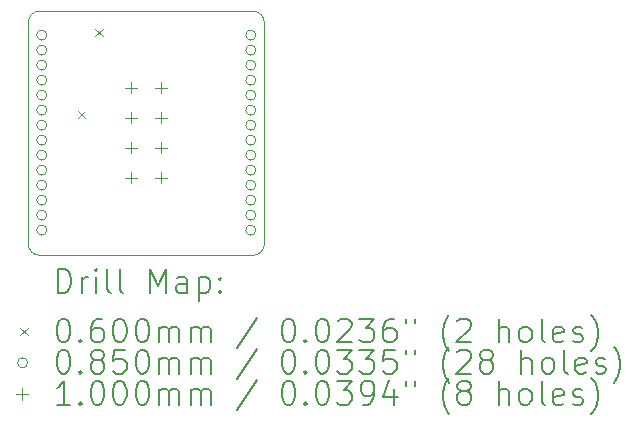
<source format=gbr>
%TF.GenerationSoftware,KiCad,Pcbnew,6.0.10+dfsg-1~bpo11+1*%
%TF.ProjectId,project,70726f6a-6563-4742-9e6b-696361645f70,rev?*%
%TF.SameCoordinates,Original*%
%TF.FileFunction,Drillmap*%
%TF.FilePolarity,Positive*%
%FSLAX45Y45*%
G04 Gerber Fmt 4.5, Leading zero omitted, Abs format (unit mm)*
%MOMM*%
%LPD*%
G01*
G04 APERTURE LIST*
%ADD10C,0.100000*%
%ADD11C,0.200000*%
%ADD12C,0.060000*%
%ADD13C,0.085000*%
G04 APERTURE END LIST*
D10*
X16350000Y-10740000D02*
G75*
G03*
X16250000Y-10840000I0J-100000D01*
G01*
X16350000Y-12810000D02*
X18150000Y-12810000D01*
X18250000Y-12710000D02*
X18250000Y-10840000D01*
X16250000Y-10840000D02*
X16250000Y-12710000D01*
X16250000Y-12710000D02*
G75*
G03*
X16350000Y-12810000I100000J0D01*
G01*
X18250000Y-10840000D02*
G75*
G03*
X18150000Y-10740000I-100000J0D01*
G01*
X18150000Y-12810000D02*
G75*
G03*
X18250000Y-12710000I0J100000D01*
G01*
X18150000Y-10740000D02*
X16350000Y-10740000D01*
D11*
D12*
X16670000Y-11589250D02*
X16730000Y-11649250D01*
X16730000Y-11589250D02*
X16670000Y-11649250D01*
X16820000Y-10889250D02*
X16880000Y-10949250D01*
X16880000Y-10889250D02*
X16820000Y-10949250D01*
D13*
X16407500Y-10944250D02*
G75*
G03*
X16407500Y-10944250I-42500J0D01*
G01*
X16407500Y-11071250D02*
G75*
G03*
X16407500Y-11071250I-42500J0D01*
G01*
X16407500Y-11198250D02*
G75*
G03*
X16407500Y-11198250I-42500J0D01*
G01*
X16407500Y-11325250D02*
G75*
G03*
X16407500Y-11325250I-42500J0D01*
G01*
X16407500Y-11452250D02*
G75*
G03*
X16407500Y-11452250I-42500J0D01*
G01*
X16407500Y-11579250D02*
G75*
G03*
X16407500Y-11579250I-42500J0D01*
G01*
X16407500Y-11706250D02*
G75*
G03*
X16407500Y-11706250I-42500J0D01*
G01*
X16407500Y-11833250D02*
G75*
G03*
X16407500Y-11833250I-42500J0D01*
G01*
X16407500Y-11960250D02*
G75*
G03*
X16407500Y-11960250I-42500J0D01*
G01*
X16407500Y-12087250D02*
G75*
G03*
X16407500Y-12087250I-42500J0D01*
G01*
X16407500Y-12214250D02*
G75*
G03*
X16407500Y-12214250I-42500J0D01*
G01*
X16407500Y-12341250D02*
G75*
G03*
X16407500Y-12341250I-42500J0D01*
G01*
X16407500Y-12468250D02*
G75*
G03*
X16407500Y-12468250I-42500J0D01*
G01*
X16407500Y-12595250D02*
G75*
G03*
X16407500Y-12595250I-42500J0D01*
G01*
X18177500Y-10944250D02*
G75*
G03*
X18177500Y-10944250I-42500J0D01*
G01*
X18177500Y-11071250D02*
G75*
G03*
X18177500Y-11071250I-42500J0D01*
G01*
X18177500Y-11198250D02*
G75*
G03*
X18177500Y-11198250I-42500J0D01*
G01*
X18177500Y-11325250D02*
G75*
G03*
X18177500Y-11325250I-42500J0D01*
G01*
X18177500Y-11452250D02*
G75*
G03*
X18177500Y-11452250I-42500J0D01*
G01*
X18177500Y-11579250D02*
G75*
G03*
X18177500Y-11579250I-42500J0D01*
G01*
X18177500Y-11706250D02*
G75*
G03*
X18177500Y-11706250I-42500J0D01*
G01*
X18177500Y-11833250D02*
G75*
G03*
X18177500Y-11833250I-42500J0D01*
G01*
X18177500Y-11960250D02*
G75*
G03*
X18177500Y-11960250I-42500J0D01*
G01*
X18177500Y-12087250D02*
G75*
G03*
X18177500Y-12087250I-42500J0D01*
G01*
X18177500Y-12214250D02*
G75*
G03*
X18177500Y-12214250I-42500J0D01*
G01*
X18177500Y-12341250D02*
G75*
G03*
X18177500Y-12341250I-42500J0D01*
G01*
X18177500Y-12468250D02*
G75*
G03*
X18177500Y-12468250I-42500J0D01*
G01*
X18177500Y-12595250D02*
G75*
G03*
X18177500Y-12595250I-42500J0D01*
G01*
D10*
X17123000Y-11338250D02*
X17123000Y-11438250D01*
X17073000Y-11388250D02*
X17173000Y-11388250D01*
X17123000Y-11592250D02*
X17123000Y-11692250D01*
X17073000Y-11642250D02*
X17173000Y-11642250D01*
X17123000Y-11846250D02*
X17123000Y-11946250D01*
X17073000Y-11896250D02*
X17173000Y-11896250D01*
X17123000Y-12100250D02*
X17123000Y-12200250D01*
X17073000Y-12150250D02*
X17173000Y-12150250D01*
X17377000Y-11338250D02*
X17377000Y-11438250D01*
X17327000Y-11388250D02*
X17427000Y-11388250D01*
X17377000Y-11592250D02*
X17377000Y-11692250D01*
X17327000Y-11642250D02*
X17427000Y-11642250D01*
X17377000Y-11846250D02*
X17377000Y-11946250D01*
X17327000Y-11896250D02*
X17427000Y-11896250D01*
X17377000Y-12100250D02*
X17377000Y-12200250D01*
X17327000Y-12150250D02*
X17427000Y-12150250D01*
D11*
X16502619Y-13125476D02*
X16502619Y-12925476D01*
X16550238Y-12925476D01*
X16578809Y-12935000D01*
X16597857Y-12954048D01*
X16607381Y-12973095D01*
X16616905Y-13011190D01*
X16616905Y-13039762D01*
X16607381Y-13077857D01*
X16597857Y-13096905D01*
X16578809Y-13115952D01*
X16550238Y-13125476D01*
X16502619Y-13125476D01*
X16702619Y-13125476D02*
X16702619Y-12992143D01*
X16702619Y-13030238D02*
X16712143Y-13011190D01*
X16721667Y-13001667D01*
X16740714Y-12992143D01*
X16759762Y-12992143D01*
X16826429Y-13125476D02*
X16826429Y-12992143D01*
X16826429Y-12925476D02*
X16816905Y-12935000D01*
X16826429Y-12944524D01*
X16835952Y-12935000D01*
X16826429Y-12925476D01*
X16826429Y-12944524D01*
X16950238Y-13125476D02*
X16931190Y-13115952D01*
X16921667Y-13096905D01*
X16921667Y-12925476D01*
X17055000Y-13125476D02*
X17035952Y-13115952D01*
X17026429Y-13096905D01*
X17026429Y-12925476D01*
X17283571Y-13125476D02*
X17283571Y-12925476D01*
X17350238Y-13068333D01*
X17416905Y-12925476D01*
X17416905Y-13125476D01*
X17597857Y-13125476D02*
X17597857Y-13020714D01*
X17588333Y-13001667D01*
X17569286Y-12992143D01*
X17531190Y-12992143D01*
X17512143Y-13001667D01*
X17597857Y-13115952D02*
X17578810Y-13125476D01*
X17531190Y-13125476D01*
X17512143Y-13115952D01*
X17502619Y-13096905D01*
X17502619Y-13077857D01*
X17512143Y-13058809D01*
X17531190Y-13049286D01*
X17578810Y-13049286D01*
X17597857Y-13039762D01*
X17693095Y-12992143D02*
X17693095Y-13192143D01*
X17693095Y-13001667D02*
X17712143Y-12992143D01*
X17750238Y-12992143D01*
X17769286Y-13001667D01*
X17778810Y-13011190D01*
X17788333Y-13030238D01*
X17788333Y-13087381D01*
X17778810Y-13106428D01*
X17769286Y-13115952D01*
X17750238Y-13125476D01*
X17712143Y-13125476D01*
X17693095Y-13115952D01*
X17874048Y-13106428D02*
X17883571Y-13115952D01*
X17874048Y-13125476D01*
X17864524Y-13115952D01*
X17874048Y-13106428D01*
X17874048Y-13125476D01*
X17874048Y-13001667D02*
X17883571Y-13011190D01*
X17874048Y-13020714D01*
X17864524Y-13011190D01*
X17874048Y-13001667D01*
X17874048Y-13020714D01*
D12*
X16185000Y-13425000D02*
X16245000Y-13485000D01*
X16245000Y-13425000D02*
X16185000Y-13485000D01*
D11*
X16540714Y-13345476D02*
X16559762Y-13345476D01*
X16578809Y-13355000D01*
X16588333Y-13364524D01*
X16597857Y-13383571D01*
X16607381Y-13421667D01*
X16607381Y-13469286D01*
X16597857Y-13507381D01*
X16588333Y-13526428D01*
X16578809Y-13535952D01*
X16559762Y-13545476D01*
X16540714Y-13545476D01*
X16521667Y-13535952D01*
X16512143Y-13526428D01*
X16502619Y-13507381D01*
X16493095Y-13469286D01*
X16493095Y-13421667D01*
X16502619Y-13383571D01*
X16512143Y-13364524D01*
X16521667Y-13355000D01*
X16540714Y-13345476D01*
X16693095Y-13526428D02*
X16702619Y-13535952D01*
X16693095Y-13545476D01*
X16683571Y-13535952D01*
X16693095Y-13526428D01*
X16693095Y-13545476D01*
X16874048Y-13345476D02*
X16835952Y-13345476D01*
X16816905Y-13355000D01*
X16807381Y-13364524D01*
X16788333Y-13393095D01*
X16778810Y-13431190D01*
X16778810Y-13507381D01*
X16788333Y-13526428D01*
X16797857Y-13535952D01*
X16816905Y-13545476D01*
X16855000Y-13545476D01*
X16874048Y-13535952D01*
X16883571Y-13526428D01*
X16893095Y-13507381D01*
X16893095Y-13459762D01*
X16883571Y-13440714D01*
X16874048Y-13431190D01*
X16855000Y-13421667D01*
X16816905Y-13421667D01*
X16797857Y-13431190D01*
X16788333Y-13440714D01*
X16778810Y-13459762D01*
X17016905Y-13345476D02*
X17035952Y-13345476D01*
X17055000Y-13355000D01*
X17064524Y-13364524D01*
X17074048Y-13383571D01*
X17083571Y-13421667D01*
X17083571Y-13469286D01*
X17074048Y-13507381D01*
X17064524Y-13526428D01*
X17055000Y-13535952D01*
X17035952Y-13545476D01*
X17016905Y-13545476D01*
X16997857Y-13535952D01*
X16988333Y-13526428D01*
X16978810Y-13507381D01*
X16969286Y-13469286D01*
X16969286Y-13421667D01*
X16978810Y-13383571D01*
X16988333Y-13364524D01*
X16997857Y-13355000D01*
X17016905Y-13345476D01*
X17207381Y-13345476D02*
X17226429Y-13345476D01*
X17245476Y-13355000D01*
X17255000Y-13364524D01*
X17264524Y-13383571D01*
X17274048Y-13421667D01*
X17274048Y-13469286D01*
X17264524Y-13507381D01*
X17255000Y-13526428D01*
X17245476Y-13535952D01*
X17226429Y-13545476D01*
X17207381Y-13545476D01*
X17188333Y-13535952D01*
X17178810Y-13526428D01*
X17169286Y-13507381D01*
X17159762Y-13469286D01*
X17159762Y-13421667D01*
X17169286Y-13383571D01*
X17178810Y-13364524D01*
X17188333Y-13355000D01*
X17207381Y-13345476D01*
X17359762Y-13545476D02*
X17359762Y-13412143D01*
X17359762Y-13431190D02*
X17369286Y-13421667D01*
X17388333Y-13412143D01*
X17416905Y-13412143D01*
X17435952Y-13421667D01*
X17445476Y-13440714D01*
X17445476Y-13545476D01*
X17445476Y-13440714D02*
X17455000Y-13421667D01*
X17474048Y-13412143D01*
X17502619Y-13412143D01*
X17521667Y-13421667D01*
X17531190Y-13440714D01*
X17531190Y-13545476D01*
X17626429Y-13545476D02*
X17626429Y-13412143D01*
X17626429Y-13431190D02*
X17635952Y-13421667D01*
X17655000Y-13412143D01*
X17683571Y-13412143D01*
X17702619Y-13421667D01*
X17712143Y-13440714D01*
X17712143Y-13545476D01*
X17712143Y-13440714D02*
X17721667Y-13421667D01*
X17740714Y-13412143D01*
X17769286Y-13412143D01*
X17788333Y-13421667D01*
X17797857Y-13440714D01*
X17797857Y-13545476D01*
X18188333Y-13335952D02*
X18016905Y-13593095D01*
X18445476Y-13345476D02*
X18464524Y-13345476D01*
X18483571Y-13355000D01*
X18493095Y-13364524D01*
X18502619Y-13383571D01*
X18512143Y-13421667D01*
X18512143Y-13469286D01*
X18502619Y-13507381D01*
X18493095Y-13526428D01*
X18483571Y-13535952D01*
X18464524Y-13545476D01*
X18445476Y-13545476D01*
X18426429Y-13535952D01*
X18416905Y-13526428D01*
X18407381Y-13507381D01*
X18397857Y-13469286D01*
X18397857Y-13421667D01*
X18407381Y-13383571D01*
X18416905Y-13364524D01*
X18426429Y-13355000D01*
X18445476Y-13345476D01*
X18597857Y-13526428D02*
X18607381Y-13535952D01*
X18597857Y-13545476D01*
X18588333Y-13535952D01*
X18597857Y-13526428D01*
X18597857Y-13545476D01*
X18731190Y-13345476D02*
X18750238Y-13345476D01*
X18769286Y-13355000D01*
X18778810Y-13364524D01*
X18788333Y-13383571D01*
X18797857Y-13421667D01*
X18797857Y-13469286D01*
X18788333Y-13507381D01*
X18778810Y-13526428D01*
X18769286Y-13535952D01*
X18750238Y-13545476D01*
X18731190Y-13545476D01*
X18712143Y-13535952D01*
X18702619Y-13526428D01*
X18693095Y-13507381D01*
X18683571Y-13469286D01*
X18683571Y-13421667D01*
X18693095Y-13383571D01*
X18702619Y-13364524D01*
X18712143Y-13355000D01*
X18731190Y-13345476D01*
X18874048Y-13364524D02*
X18883571Y-13355000D01*
X18902619Y-13345476D01*
X18950238Y-13345476D01*
X18969286Y-13355000D01*
X18978810Y-13364524D01*
X18988333Y-13383571D01*
X18988333Y-13402619D01*
X18978810Y-13431190D01*
X18864524Y-13545476D01*
X18988333Y-13545476D01*
X19055000Y-13345476D02*
X19178810Y-13345476D01*
X19112143Y-13421667D01*
X19140714Y-13421667D01*
X19159762Y-13431190D01*
X19169286Y-13440714D01*
X19178810Y-13459762D01*
X19178810Y-13507381D01*
X19169286Y-13526428D01*
X19159762Y-13535952D01*
X19140714Y-13545476D01*
X19083571Y-13545476D01*
X19064524Y-13535952D01*
X19055000Y-13526428D01*
X19350238Y-13345476D02*
X19312143Y-13345476D01*
X19293095Y-13355000D01*
X19283571Y-13364524D01*
X19264524Y-13393095D01*
X19255000Y-13431190D01*
X19255000Y-13507381D01*
X19264524Y-13526428D01*
X19274048Y-13535952D01*
X19293095Y-13545476D01*
X19331190Y-13545476D01*
X19350238Y-13535952D01*
X19359762Y-13526428D01*
X19369286Y-13507381D01*
X19369286Y-13459762D01*
X19359762Y-13440714D01*
X19350238Y-13431190D01*
X19331190Y-13421667D01*
X19293095Y-13421667D01*
X19274048Y-13431190D01*
X19264524Y-13440714D01*
X19255000Y-13459762D01*
X19445476Y-13345476D02*
X19445476Y-13383571D01*
X19521667Y-13345476D02*
X19521667Y-13383571D01*
X19816905Y-13621667D02*
X19807381Y-13612143D01*
X19788333Y-13583571D01*
X19778810Y-13564524D01*
X19769286Y-13535952D01*
X19759762Y-13488333D01*
X19759762Y-13450238D01*
X19769286Y-13402619D01*
X19778810Y-13374048D01*
X19788333Y-13355000D01*
X19807381Y-13326428D01*
X19816905Y-13316905D01*
X19883571Y-13364524D02*
X19893095Y-13355000D01*
X19912143Y-13345476D01*
X19959762Y-13345476D01*
X19978810Y-13355000D01*
X19988333Y-13364524D01*
X19997857Y-13383571D01*
X19997857Y-13402619D01*
X19988333Y-13431190D01*
X19874048Y-13545476D01*
X19997857Y-13545476D01*
X20235952Y-13545476D02*
X20235952Y-13345476D01*
X20321667Y-13545476D02*
X20321667Y-13440714D01*
X20312143Y-13421667D01*
X20293095Y-13412143D01*
X20264524Y-13412143D01*
X20245476Y-13421667D01*
X20235952Y-13431190D01*
X20445476Y-13545476D02*
X20426429Y-13535952D01*
X20416905Y-13526428D01*
X20407381Y-13507381D01*
X20407381Y-13450238D01*
X20416905Y-13431190D01*
X20426429Y-13421667D01*
X20445476Y-13412143D01*
X20474048Y-13412143D01*
X20493095Y-13421667D01*
X20502619Y-13431190D01*
X20512143Y-13450238D01*
X20512143Y-13507381D01*
X20502619Y-13526428D01*
X20493095Y-13535952D01*
X20474048Y-13545476D01*
X20445476Y-13545476D01*
X20626429Y-13545476D02*
X20607381Y-13535952D01*
X20597857Y-13516905D01*
X20597857Y-13345476D01*
X20778810Y-13535952D02*
X20759762Y-13545476D01*
X20721667Y-13545476D01*
X20702619Y-13535952D01*
X20693095Y-13516905D01*
X20693095Y-13440714D01*
X20702619Y-13421667D01*
X20721667Y-13412143D01*
X20759762Y-13412143D01*
X20778810Y-13421667D01*
X20788333Y-13440714D01*
X20788333Y-13459762D01*
X20693095Y-13478809D01*
X20864524Y-13535952D02*
X20883571Y-13545476D01*
X20921667Y-13545476D01*
X20940714Y-13535952D01*
X20950238Y-13516905D01*
X20950238Y-13507381D01*
X20940714Y-13488333D01*
X20921667Y-13478809D01*
X20893095Y-13478809D01*
X20874048Y-13469286D01*
X20864524Y-13450238D01*
X20864524Y-13440714D01*
X20874048Y-13421667D01*
X20893095Y-13412143D01*
X20921667Y-13412143D01*
X20940714Y-13421667D01*
X21016905Y-13621667D02*
X21026429Y-13612143D01*
X21045476Y-13583571D01*
X21055000Y-13564524D01*
X21064524Y-13535952D01*
X21074048Y-13488333D01*
X21074048Y-13450238D01*
X21064524Y-13402619D01*
X21055000Y-13374048D01*
X21045476Y-13355000D01*
X21026429Y-13326428D01*
X21016905Y-13316905D01*
D13*
X16245000Y-13719000D02*
G75*
G03*
X16245000Y-13719000I-42500J0D01*
G01*
D11*
X16540714Y-13609476D02*
X16559762Y-13609476D01*
X16578809Y-13619000D01*
X16588333Y-13628524D01*
X16597857Y-13647571D01*
X16607381Y-13685667D01*
X16607381Y-13733286D01*
X16597857Y-13771381D01*
X16588333Y-13790428D01*
X16578809Y-13799952D01*
X16559762Y-13809476D01*
X16540714Y-13809476D01*
X16521667Y-13799952D01*
X16512143Y-13790428D01*
X16502619Y-13771381D01*
X16493095Y-13733286D01*
X16493095Y-13685667D01*
X16502619Y-13647571D01*
X16512143Y-13628524D01*
X16521667Y-13619000D01*
X16540714Y-13609476D01*
X16693095Y-13790428D02*
X16702619Y-13799952D01*
X16693095Y-13809476D01*
X16683571Y-13799952D01*
X16693095Y-13790428D01*
X16693095Y-13809476D01*
X16816905Y-13695190D02*
X16797857Y-13685667D01*
X16788333Y-13676143D01*
X16778810Y-13657095D01*
X16778810Y-13647571D01*
X16788333Y-13628524D01*
X16797857Y-13619000D01*
X16816905Y-13609476D01*
X16855000Y-13609476D01*
X16874048Y-13619000D01*
X16883571Y-13628524D01*
X16893095Y-13647571D01*
X16893095Y-13657095D01*
X16883571Y-13676143D01*
X16874048Y-13685667D01*
X16855000Y-13695190D01*
X16816905Y-13695190D01*
X16797857Y-13704714D01*
X16788333Y-13714238D01*
X16778810Y-13733286D01*
X16778810Y-13771381D01*
X16788333Y-13790428D01*
X16797857Y-13799952D01*
X16816905Y-13809476D01*
X16855000Y-13809476D01*
X16874048Y-13799952D01*
X16883571Y-13790428D01*
X16893095Y-13771381D01*
X16893095Y-13733286D01*
X16883571Y-13714238D01*
X16874048Y-13704714D01*
X16855000Y-13695190D01*
X17074048Y-13609476D02*
X16978810Y-13609476D01*
X16969286Y-13704714D01*
X16978810Y-13695190D01*
X16997857Y-13685667D01*
X17045476Y-13685667D01*
X17064524Y-13695190D01*
X17074048Y-13704714D01*
X17083571Y-13723762D01*
X17083571Y-13771381D01*
X17074048Y-13790428D01*
X17064524Y-13799952D01*
X17045476Y-13809476D01*
X16997857Y-13809476D01*
X16978810Y-13799952D01*
X16969286Y-13790428D01*
X17207381Y-13609476D02*
X17226429Y-13609476D01*
X17245476Y-13619000D01*
X17255000Y-13628524D01*
X17264524Y-13647571D01*
X17274048Y-13685667D01*
X17274048Y-13733286D01*
X17264524Y-13771381D01*
X17255000Y-13790428D01*
X17245476Y-13799952D01*
X17226429Y-13809476D01*
X17207381Y-13809476D01*
X17188333Y-13799952D01*
X17178810Y-13790428D01*
X17169286Y-13771381D01*
X17159762Y-13733286D01*
X17159762Y-13685667D01*
X17169286Y-13647571D01*
X17178810Y-13628524D01*
X17188333Y-13619000D01*
X17207381Y-13609476D01*
X17359762Y-13809476D02*
X17359762Y-13676143D01*
X17359762Y-13695190D02*
X17369286Y-13685667D01*
X17388333Y-13676143D01*
X17416905Y-13676143D01*
X17435952Y-13685667D01*
X17445476Y-13704714D01*
X17445476Y-13809476D01*
X17445476Y-13704714D02*
X17455000Y-13685667D01*
X17474048Y-13676143D01*
X17502619Y-13676143D01*
X17521667Y-13685667D01*
X17531190Y-13704714D01*
X17531190Y-13809476D01*
X17626429Y-13809476D02*
X17626429Y-13676143D01*
X17626429Y-13695190D02*
X17635952Y-13685667D01*
X17655000Y-13676143D01*
X17683571Y-13676143D01*
X17702619Y-13685667D01*
X17712143Y-13704714D01*
X17712143Y-13809476D01*
X17712143Y-13704714D02*
X17721667Y-13685667D01*
X17740714Y-13676143D01*
X17769286Y-13676143D01*
X17788333Y-13685667D01*
X17797857Y-13704714D01*
X17797857Y-13809476D01*
X18188333Y-13599952D02*
X18016905Y-13857095D01*
X18445476Y-13609476D02*
X18464524Y-13609476D01*
X18483571Y-13619000D01*
X18493095Y-13628524D01*
X18502619Y-13647571D01*
X18512143Y-13685667D01*
X18512143Y-13733286D01*
X18502619Y-13771381D01*
X18493095Y-13790428D01*
X18483571Y-13799952D01*
X18464524Y-13809476D01*
X18445476Y-13809476D01*
X18426429Y-13799952D01*
X18416905Y-13790428D01*
X18407381Y-13771381D01*
X18397857Y-13733286D01*
X18397857Y-13685667D01*
X18407381Y-13647571D01*
X18416905Y-13628524D01*
X18426429Y-13619000D01*
X18445476Y-13609476D01*
X18597857Y-13790428D02*
X18607381Y-13799952D01*
X18597857Y-13809476D01*
X18588333Y-13799952D01*
X18597857Y-13790428D01*
X18597857Y-13809476D01*
X18731190Y-13609476D02*
X18750238Y-13609476D01*
X18769286Y-13619000D01*
X18778810Y-13628524D01*
X18788333Y-13647571D01*
X18797857Y-13685667D01*
X18797857Y-13733286D01*
X18788333Y-13771381D01*
X18778810Y-13790428D01*
X18769286Y-13799952D01*
X18750238Y-13809476D01*
X18731190Y-13809476D01*
X18712143Y-13799952D01*
X18702619Y-13790428D01*
X18693095Y-13771381D01*
X18683571Y-13733286D01*
X18683571Y-13685667D01*
X18693095Y-13647571D01*
X18702619Y-13628524D01*
X18712143Y-13619000D01*
X18731190Y-13609476D01*
X18864524Y-13609476D02*
X18988333Y-13609476D01*
X18921667Y-13685667D01*
X18950238Y-13685667D01*
X18969286Y-13695190D01*
X18978810Y-13704714D01*
X18988333Y-13723762D01*
X18988333Y-13771381D01*
X18978810Y-13790428D01*
X18969286Y-13799952D01*
X18950238Y-13809476D01*
X18893095Y-13809476D01*
X18874048Y-13799952D01*
X18864524Y-13790428D01*
X19055000Y-13609476D02*
X19178810Y-13609476D01*
X19112143Y-13685667D01*
X19140714Y-13685667D01*
X19159762Y-13695190D01*
X19169286Y-13704714D01*
X19178810Y-13723762D01*
X19178810Y-13771381D01*
X19169286Y-13790428D01*
X19159762Y-13799952D01*
X19140714Y-13809476D01*
X19083571Y-13809476D01*
X19064524Y-13799952D01*
X19055000Y-13790428D01*
X19359762Y-13609476D02*
X19264524Y-13609476D01*
X19255000Y-13704714D01*
X19264524Y-13695190D01*
X19283571Y-13685667D01*
X19331190Y-13685667D01*
X19350238Y-13695190D01*
X19359762Y-13704714D01*
X19369286Y-13723762D01*
X19369286Y-13771381D01*
X19359762Y-13790428D01*
X19350238Y-13799952D01*
X19331190Y-13809476D01*
X19283571Y-13809476D01*
X19264524Y-13799952D01*
X19255000Y-13790428D01*
X19445476Y-13609476D02*
X19445476Y-13647571D01*
X19521667Y-13609476D02*
X19521667Y-13647571D01*
X19816905Y-13885667D02*
X19807381Y-13876143D01*
X19788333Y-13847571D01*
X19778810Y-13828524D01*
X19769286Y-13799952D01*
X19759762Y-13752333D01*
X19759762Y-13714238D01*
X19769286Y-13666619D01*
X19778810Y-13638048D01*
X19788333Y-13619000D01*
X19807381Y-13590428D01*
X19816905Y-13580905D01*
X19883571Y-13628524D02*
X19893095Y-13619000D01*
X19912143Y-13609476D01*
X19959762Y-13609476D01*
X19978810Y-13619000D01*
X19988333Y-13628524D01*
X19997857Y-13647571D01*
X19997857Y-13666619D01*
X19988333Y-13695190D01*
X19874048Y-13809476D01*
X19997857Y-13809476D01*
X20112143Y-13695190D02*
X20093095Y-13685667D01*
X20083571Y-13676143D01*
X20074048Y-13657095D01*
X20074048Y-13647571D01*
X20083571Y-13628524D01*
X20093095Y-13619000D01*
X20112143Y-13609476D01*
X20150238Y-13609476D01*
X20169286Y-13619000D01*
X20178810Y-13628524D01*
X20188333Y-13647571D01*
X20188333Y-13657095D01*
X20178810Y-13676143D01*
X20169286Y-13685667D01*
X20150238Y-13695190D01*
X20112143Y-13695190D01*
X20093095Y-13704714D01*
X20083571Y-13714238D01*
X20074048Y-13733286D01*
X20074048Y-13771381D01*
X20083571Y-13790428D01*
X20093095Y-13799952D01*
X20112143Y-13809476D01*
X20150238Y-13809476D01*
X20169286Y-13799952D01*
X20178810Y-13790428D01*
X20188333Y-13771381D01*
X20188333Y-13733286D01*
X20178810Y-13714238D01*
X20169286Y-13704714D01*
X20150238Y-13695190D01*
X20426429Y-13809476D02*
X20426429Y-13609476D01*
X20512143Y-13809476D02*
X20512143Y-13704714D01*
X20502619Y-13685667D01*
X20483571Y-13676143D01*
X20455000Y-13676143D01*
X20435952Y-13685667D01*
X20426429Y-13695190D01*
X20635952Y-13809476D02*
X20616905Y-13799952D01*
X20607381Y-13790428D01*
X20597857Y-13771381D01*
X20597857Y-13714238D01*
X20607381Y-13695190D01*
X20616905Y-13685667D01*
X20635952Y-13676143D01*
X20664524Y-13676143D01*
X20683571Y-13685667D01*
X20693095Y-13695190D01*
X20702619Y-13714238D01*
X20702619Y-13771381D01*
X20693095Y-13790428D01*
X20683571Y-13799952D01*
X20664524Y-13809476D01*
X20635952Y-13809476D01*
X20816905Y-13809476D02*
X20797857Y-13799952D01*
X20788333Y-13780905D01*
X20788333Y-13609476D01*
X20969286Y-13799952D02*
X20950238Y-13809476D01*
X20912143Y-13809476D01*
X20893095Y-13799952D01*
X20883571Y-13780905D01*
X20883571Y-13704714D01*
X20893095Y-13685667D01*
X20912143Y-13676143D01*
X20950238Y-13676143D01*
X20969286Y-13685667D01*
X20978810Y-13704714D01*
X20978810Y-13723762D01*
X20883571Y-13742809D01*
X21055000Y-13799952D02*
X21074048Y-13809476D01*
X21112143Y-13809476D01*
X21131190Y-13799952D01*
X21140714Y-13780905D01*
X21140714Y-13771381D01*
X21131190Y-13752333D01*
X21112143Y-13742809D01*
X21083571Y-13742809D01*
X21064524Y-13733286D01*
X21055000Y-13714238D01*
X21055000Y-13704714D01*
X21064524Y-13685667D01*
X21083571Y-13676143D01*
X21112143Y-13676143D01*
X21131190Y-13685667D01*
X21207381Y-13885667D02*
X21216905Y-13876143D01*
X21235952Y-13847571D01*
X21245476Y-13828524D01*
X21255000Y-13799952D01*
X21264524Y-13752333D01*
X21264524Y-13714238D01*
X21255000Y-13666619D01*
X21245476Y-13638048D01*
X21235952Y-13619000D01*
X21216905Y-13590428D01*
X21207381Y-13580905D01*
D10*
X16195000Y-13933000D02*
X16195000Y-14033000D01*
X16145000Y-13983000D02*
X16245000Y-13983000D01*
D11*
X16607381Y-14073476D02*
X16493095Y-14073476D01*
X16550238Y-14073476D02*
X16550238Y-13873476D01*
X16531190Y-13902048D01*
X16512143Y-13921095D01*
X16493095Y-13930619D01*
X16693095Y-14054428D02*
X16702619Y-14063952D01*
X16693095Y-14073476D01*
X16683571Y-14063952D01*
X16693095Y-14054428D01*
X16693095Y-14073476D01*
X16826429Y-13873476D02*
X16845476Y-13873476D01*
X16864524Y-13883000D01*
X16874048Y-13892524D01*
X16883571Y-13911571D01*
X16893095Y-13949667D01*
X16893095Y-13997286D01*
X16883571Y-14035381D01*
X16874048Y-14054428D01*
X16864524Y-14063952D01*
X16845476Y-14073476D01*
X16826429Y-14073476D01*
X16807381Y-14063952D01*
X16797857Y-14054428D01*
X16788333Y-14035381D01*
X16778810Y-13997286D01*
X16778810Y-13949667D01*
X16788333Y-13911571D01*
X16797857Y-13892524D01*
X16807381Y-13883000D01*
X16826429Y-13873476D01*
X17016905Y-13873476D02*
X17035952Y-13873476D01*
X17055000Y-13883000D01*
X17064524Y-13892524D01*
X17074048Y-13911571D01*
X17083571Y-13949667D01*
X17083571Y-13997286D01*
X17074048Y-14035381D01*
X17064524Y-14054428D01*
X17055000Y-14063952D01*
X17035952Y-14073476D01*
X17016905Y-14073476D01*
X16997857Y-14063952D01*
X16988333Y-14054428D01*
X16978810Y-14035381D01*
X16969286Y-13997286D01*
X16969286Y-13949667D01*
X16978810Y-13911571D01*
X16988333Y-13892524D01*
X16997857Y-13883000D01*
X17016905Y-13873476D01*
X17207381Y-13873476D02*
X17226429Y-13873476D01*
X17245476Y-13883000D01*
X17255000Y-13892524D01*
X17264524Y-13911571D01*
X17274048Y-13949667D01*
X17274048Y-13997286D01*
X17264524Y-14035381D01*
X17255000Y-14054428D01*
X17245476Y-14063952D01*
X17226429Y-14073476D01*
X17207381Y-14073476D01*
X17188333Y-14063952D01*
X17178810Y-14054428D01*
X17169286Y-14035381D01*
X17159762Y-13997286D01*
X17159762Y-13949667D01*
X17169286Y-13911571D01*
X17178810Y-13892524D01*
X17188333Y-13883000D01*
X17207381Y-13873476D01*
X17359762Y-14073476D02*
X17359762Y-13940143D01*
X17359762Y-13959190D02*
X17369286Y-13949667D01*
X17388333Y-13940143D01*
X17416905Y-13940143D01*
X17435952Y-13949667D01*
X17445476Y-13968714D01*
X17445476Y-14073476D01*
X17445476Y-13968714D02*
X17455000Y-13949667D01*
X17474048Y-13940143D01*
X17502619Y-13940143D01*
X17521667Y-13949667D01*
X17531190Y-13968714D01*
X17531190Y-14073476D01*
X17626429Y-14073476D02*
X17626429Y-13940143D01*
X17626429Y-13959190D02*
X17635952Y-13949667D01*
X17655000Y-13940143D01*
X17683571Y-13940143D01*
X17702619Y-13949667D01*
X17712143Y-13968714D01*
X17712143Y-14073476D01*
X17712143Y-13968714D02*
X17721667Y-13949667D01*
X17740714Y-13940143D01*
X17769286Y-13940143D01*
X17788333Y-13949667D01*
X17797857Y-13968714D01*
X17797857Y-14073476D01*
X18188333Y-13863952D02*
X18016905Y-14121095D01*
X18445476Y-13873476D02*
X18464524Y-13873476D01*
X18483571Y-13883000D01*
X18493095Y-13892524D01*
X18502619Y-13911571D01*
X18512143Y-13949667D01*
X18512143Y-13997286D01*
X18502619Y-14035381D01*
X18493095Y-14054428D01*
X18483571Y-14063952D01*
X18464524Y-14073476D01*
X18445476Y-14073476D01*
X18426429Y-14063952D01*
X18416905Y-14054428D01*
X18407381Y-14035381D01*
X18397857Y-13997286D01*
X18397857Y-13949667D01*
X18407381Y-13911571D01*
X18416905Y-13892524D01*
X18426429Y-13883000D01*
X18445476Y-13873476D01*
X18597857Y-14054428D02*
X18607381Y-14063952D01*
X18597857Y-14073476D01*
X18588333Y-14063952D01*
X18597857Y-14054428D01*
X18597857Y-14073476D01*
X18731190Y-13873476D02*
X18750238Y-13873476D01*
X18769286Y-13883000D01*
X18778810Y-13892524D01*
X18788333Y-13911571D01*
X18797857Y-13949667D01*
X18797857Y-13997286D01*
X18788333Y-14035381D01*
X18778810Y-14054428D01*
X18769286Y-14063952D01*
X18750238Y-14073476D01*
X18731190Y-14073476D01*
X18712143Y-14063952D01*
X18702619Y-14054428D01*
X18693095Y-14035381D01*
X18683571Y-13997286D01*
X18683571Y-13949667D01*
X18693095Y-13911571D01*
X18702619Y-13892524D01*
X18712143Y-13883000D01*
X18731190Y-13873476D01*
X18864524Y-13873476D02*
X18988333Y-13873476D01*
X18921667Y-13949667D01*
X18950238Y-13949667D01*
X18969286Y-13959190D01*
X18978810Y-13968714D01*
X18988333Y-13987762D01*
X18988333Y-14035381D01*
X18978810Y-14054428D01*
X18969286Y-14063952D01*
X18950238Y-14073476D01*
X18893095Y-14073476D01*
X18874048Y-14063952D01*
X18864524Y-14054428D01*
X19083571Y-14073476D02*
X19121667Y-14073476D01*
X19140714Y-14063952D01*
X19150238Y-14054428D01*
X19169286Y-14025857D01*
X19178810Y-13987762D01*
X19178810Y-13911571D01*
X19169286Y-13892524D01*
X19159762Y-13883000D01*
X19140714Y-13873476D01*
X19102619Y-13873476D01*
X19083571Y-13883000D01*
X19074048Y-13892524D01*
X19064524Y-13911571D01*
X19064524Y-13959190D01*
X19074048Y-13978238D01*
X19083571Y-13987762D01*
X19102619Y-13997286D01*
X19140714Y-13997286D01*
X19159762Y-13987762D01*
X19169286Y-13978238D01*
X19178810Y-13959190D01*
X19350238Y-13940143D02*
X19350238Y-14073476D01*
X19302619Y-13863952D02*
X19255000Y-14006809D01*
X19378810Y-14006809D01*
X19445476Y-13873476D02*
X19445476Y-13911571D01*
X19521667Y-13873476D02*
X19521667Y-13911571D01*
X19816905Y-14149667D02*
X19807381Y-14140143D01*
X19788333Y-14111571D01*
X19778810Y-14092524D01*
X19769286Y-14063952D01*
X19759762Y-14016333D01*
X19759762Y-13978238D01*
X19769286Y-13930619D01*
X19778810Y-13902048D01*
X19788333Y-13883000D01*
X19807381Y-13854428D01*
X19816905Y-13844905D01*
X19921667Y-13959190D02*
X19902619Y-13949667D01*
X19893095Y-13940143D01*
X19883571Y-13921095D01*
X19883571Y-13911571D01*
X19893095Y-13892524D01*
X19902619Y-13883000D01*
X19921667Y-13873476D01*
X19959762Y-13873476D01*
X19978810Y-13883000D01*
X19988333Y-13892524D01*
X19997857Y-13911571D01*
X19997857Y-13921095D01*
X19988333Y-13940143D01*
X19978810Y-13949667D01*
X19959762Y-13959190D01*
X19921667Y-13959190D01*
X19902619Y-13968714D01*
X19893095Y-13978238D01*
X19883571Y-13997286D01*
X19883571Y-14035381D01*
X19893095Y-14054428D01*
X19902619Y-14063952D01*
X19921667Y-14073476D01*
X19959762Y-14073476D01*
X19978810Y-14063952D01*
X19988333Y-14054428D01*
X19997857Y-14035381D01*
X19997857Y-13997286D01*
X19988333Y-13978238D01*
X19978810Y-13968714D01*
X19959762Y-13959190D01*
X20235952Y-14073476D02*
X20235952Y-13873476D01*
X20321667Y-14073476D02*
X20321667Y-13968714D01*
X20312143Y-13949667D01*
X20293095Y-13940143D01*
X20264524Y-13940143D01*
X20245476Y-13949667D01*
X20235952Y-13959190D01*
X20445476Y-14073476D02*
X20426429Y-14063952D01*
X20416905Y-14054428D01*
X20407381Y-14035381D01*
X20407381Y-13978238D01*
X20416905Y-13959190D01*
X20426429Y-13949667D01*
X20445476Y-13940143D01*
X20474048Y-13940143D01*
X20493095Y-13949667D01*
X20502619Y-13959190D01*
X20512143Y-13978238D01*
X20512143Y-14035381D01*
X20502619Y-14054428D01*
X20493095Y-14063952D01*
X20474048Y-14073476D01*
X20445476Y-14073476D01*
X20626429Y-14073476D02*
X20607381Y-14063952D01*
X20597857Y-14044905D01*
X20597857Y-13873476D01*
X20778810Y-14063952D02*
X20759762Y-14073476D01*
X20721667Y-14073476D01*
X20702619Y-14063952D01*
X20693095Y-14044905D01*
X20693095Y-13968714D01*
X20702619Y-13949667D01*
X20721667Y-13940143D01*
X20759762Y-13940143D01*
X20778810Y-13949667D01*
X20788333Y-13968714D01*
X20788333Y-13987762D01*
X20693095Y-14006809D01*
X20864524Y-14063952D02*
X20883571Y-14073476D01*
X20921667Y-14073476D01*
X20940714Y-14063952D01*
X20950238Y-14044905D01*
X20950238Y-14035381D01*
X20940714Y-14016333D01*
X20921667Y-14006809D01*
X20893095Y-14006809D01*
X20874048Y-13997286D01*
X20864524Y-13978238D01*
X20864524Y-13968714D01*
X20874048Y-13949667D01*
X20893095Y-13940143D01*
X20921667Y-13940143D01*
X20940714Y-13949667D01*
X21016905Y-14149667D02*
X21026429Y-14140143D01*
X21045476Y-14111571D01*
X21055000Y-14092524D01*
X21064524Y-14063952D01*
X21074048Y-14016333D01*
X21074048Y-13978238D01*
X21064524Y-13930619D01*
X21055000Y-13902048D01*
X21045476Y-13883000D01*
X21026429Y-13854428D01*
X21016905Y-13844905D01*
M02*

</source>
